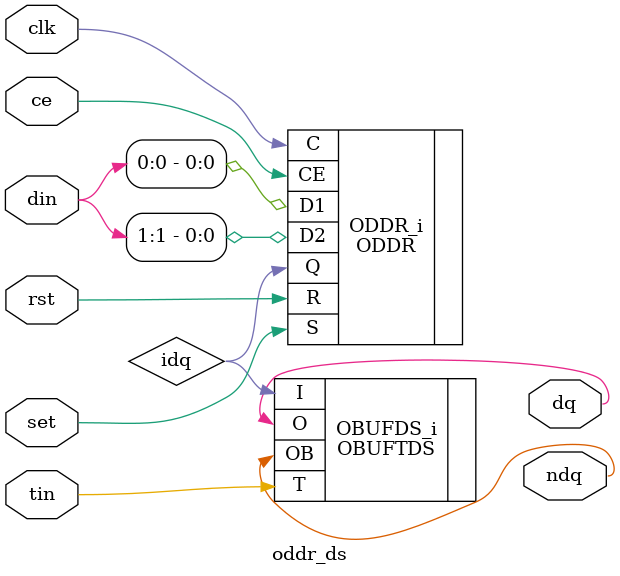
<source format=v>

/*!
 * <b>Module:</b>oddr_ds
 * @file oddr_ds.v
 * @date 2014-05-13  
 * @author Andrey Filippov
 *
 * @brief wrapper for ODDR+OBUFDS
 *
 * @copyright Copyright (c) 2014 Elphel, Inc.
 *
 * <b>License:</b>
 *
 * oddr_ds.v is free software; you can redistribute it and/or modify
 * it under the terms of the GNU General Public License as published by
 * the Free Software Foundation, either version 3 of the License, or
 * (at your option) any later version.
 *
 *  oddr_ds.v is distributed in the hope that it will be useful,
 * but WITHOUT ANY WARRANTY; without even the implied warranty of
 * MERCHANTABILITY or FITNESS FOR A PARTICULAR PURPOSE.  See the
 * GNU General Public License for more details.
 *
 * You should have received a copy of the GNU General Public License
 * along with this program.  If not, see <http://www.gnu.org/licenses/> .
 *
 * Additional permission under GNU GPL version 3 section 7:
 * If you modify this Program, or any covered work, by linking or combining it
 * with independent modules provided by the FPGA vendor only (this permission
 * does not extend to any 3-rd party modules, "soft cores" or macros) under
 * different license terms solely for the purpose of generating binary "bitstream"
 * files and/or simulating the code, the copyright holders of this Program give
 * you the right to distribute the covered work without those independent modules
 * as long as the source code for them is available from the FPGA vendor free of
 * charge, and there is no dependence on any encrypted modules for simulating of
 * the combined code. This permission applies to you if the distributed code
 * contains all the components and scripts required to completely simulate it
 * with at least one of the Free Software programs.
 */
`timescale 1ns/1ps

module  oddr_ds # (
        parameter CAPACITANCE =  "DONT_CARE",
        parameter IOSTANDARD =   "DIFF_SSTL15",
        parameter SLEW =         "SLOW",
        parameter DDR_CLK_EDGE = "OPPOSITE_EDGE",
        parameter INIT         = 1'b0,
        parameter SRTYPE = "SYNC"
)(
    input  clk,
    input  ce,
    input  rst,
    input  set,
    input [1:0] din,
    input  tin, // tristate control
    output dq,
    output ndq
);
    wire idq;
    ODDR #(
        .DDR_CLK_EDGE(DDR_CLK_EDGE),
        .INIT(INIT),
        .SRTYPE(SRTYPE)
    ) ODDR_i (
        .Q(idq), // output 
        .C(clk), // input 
        .CE(ce), // input 
        .D1(din[0]), // input 
        .D2(din[1]), // input 
        .R(rst), // input 
        .S(set) // input 
    );

    OBUFTDS #(
        .CAPACITANCE (CAPACITANCE),
        .IOSTANDARD  (IOSTANDARD),
        .SLEW        (SLEW)
    ) OBUFDS_i (
        .O  (dq), // output 
        .OB (ndq), // output 
        .I  (idq), // input 
        .T  (tin) // input 
    );

endmodule


</source>
